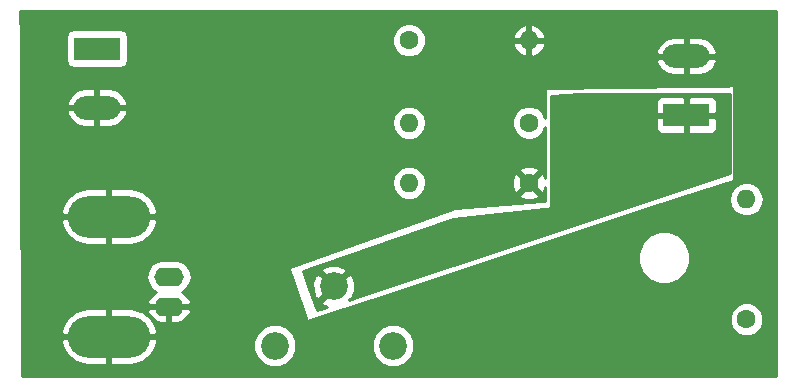
<source format=gbr>
G04 #@! TF.GenerationSoftware,KiCad,Pcbnew,5.0.2-bee76a0~70~ubuntu18.04.1*
G04 #@! TF.CreationDate,2019-04-24T08:54:05-03:00*
G04 #@! TF.ProjectId,led_driver,6c65645f-6472-4697-9665-722e6b696361,rev?*
G04 #@! TF.SameCoordinates,Original*
G04 #@! TF.FileFunction,Copper,L2,Bot*
G04 #@! TF.FilePolarity,Positive*
%FSLAX46Y46*%
G04 Gerber Fmt 4.6, Leading zero omitted, Abs format (unit mm)*
G04 Created by KiCad (PCBNEW 5.0.2-bee76a0~70~ubuntu18.04.1) date Wed 24 Apr 2019 08:54:05 -03*
%MOMM*%
%LPD*%
G01*
G04 APERTURE LIST*
G04 #@! TA.AperFunction,ComponentPad*
%ADD10O,3.960000X1.980000*%
G04 #@! TD*
G04 #@! TA.AperFunction,ComponentPad*
%ADD11R,3.960000X1.980000*%
G04 #@! TD*
G04 #@! TA.AperFunction,ComponentPad*
%ADD12O,7.000000X3.500000*%
G04 #@! TD*
G04 #@! TA.AperFunction,ComponentPad*
%ADD13O,2.500000X1.600000*%
G04 #@! TD*
G04 #@! TA.AperFunction,ComponentPad*
%ADD14O,1.600000X1.600000*%
G04 #@! TD*
G04 #@! TA.AperFunction,ComponentPad*
%ADD15C,1.600000*%
G04 #@! TD*
G04 #@! TA.AperFunction,ComponentPad*
%ADD16C,2.340000*%
G04 #@! TD*
G04 #@! TA.AperFunction,ViaPad*
%ADD17C,0.800000*%
G04 #@! TD*
G04 #@! TA.AperFunction,Conductor*
%ADD18C,0.254000*%
G04 #@! TD*
G04 APERTURE END LIST*
D10*
G04 #@! TO.P,J1,2*
G04 #@! TO.N,GND*
X167894000Y-77453500D03*
D11*
G04 #@! TO.P,J1,1*
G04 #@! TO.N,Net-(J1-Pad1)*
X167894000Y-72453500D03*
G04 #@! TD*
D12*
G04 #@! TO.P,J2,2*
G04 #@! TO.N,GND*
X168910000Y-96837500D03*
X168910000Y-86677500D03*
D13*
G04 #@! TO.P,J2,1*
G04 #@! TO.N,Net-(J2-Pad1)*
X173990000Y-91757500D03*
G04 #@! TO.P,J2,2*
G04 #@! TO.N,GND*
X173990000Y-94297500D03*
G04 #@! TD*
D11*
G04 #@! TO.P,J4,1*
G04 #@! TO.N,Net-(J4-Pad1)*
X217805000Y-78105000D03*
D10*
G04 #@! TO.P,J4,2*
G04 #@! TO.N,GND*
X217805000Y-73105000D03*
G04 #@! TD*
D14*
G04 #@! TO.P,R1,2*
G04 #@! TO.N,Net-(J1-Pad1)*
X194310000Y-78740000D03*
D15*
G04 #@! TO.P,R1,1*
G04 #@! TO.N,Net-(Q1-Pad5)*
X204470000Y-78740000D03*
G04 #@! TD*
D14*
G04 #@! TO.P,R2,2*
G04 #@! TO.N,Net-(J2-Pad1)*
X194310000Y-83820000D03*
D15*
G04 #@! TO.P,R2,1*
G04 #@! TO.N,GND*
X204470000Y-83820000D03*
G04 #@! TD*
G04 #@! TO.P,R3,1*
G04 #@! TO.N,Net-(Q2-Pad5)*
X194310000Y-71755000D03*
D14*
G04 #@! TO.P,R3,2*
G04 #@! TO.N,GND*
X204470000Y-71755000D03*
G04 #@! TD*
D15*
G04 #@! TO.P,R4,1*
G04 #@! TO.N,Net-(R4-Pad1)*
X222885000Y-95377000D03*
D14*
G04 #@! TO.P,R4,2*
G04 #@! TO.N,Net-(Q2-Pad5)*
X222885000Y-85217000D03*
G04 #@! TD*
D16*
G04 #@! TO.P,RV2,3*
G04 #@! TO.N,Net-(R4-Pad1)*
X192943500Y-97599500D03*
G04 #@! TO.P,RV2,2*
G04 #@! TO.N,Net-(J4-Pad1)*
X187943500Y-92599500D03*
G04 #@! TO.P,RV2,1*
G04 #@! TO.N,Net-(RV2-Pad1)*
X182943500Y-97599500D03*
G04 #@! TD*
D17*
G04 #@! TO.N,GND*
X189992000Y-83820000D03*
G04 #@! TD*
D18*
G04 #@! TO.N,Net-(J4-Pad1)*
G36*
X221488000Y-81026000D02*
X215011000Y-81026000D01*
X215011000Y-78390750D01*
X215190000Y-78390750D01*
X215190000Y-79221309D01*
X215286673Y-79454698D01*
X215465301Y-79633327D01*
X215698690Y-79730000D01*
X217519250Y-79730000D01*
X217678000Y-79571250D01*
X217678000Y-78232000D01*
X217932000Y-78232000D01*
X217932000Y-79571250D01*
X218090750Y-79730000D01*
X219911310Y-79730000D01*
X220144699Y-79633327D01*
X220323327Y-79454698D01*
X220420000Y-79221309D01*
X220420000Y-78390750D01*
X220261250Y-78232000D01*
X217932000Y-78232000D01*
X217678000Y-78232000D01*
X215348750Y-78232000D01*
X215190000Y-78390750D01*
X215011000Y-78390750D01*
X215011000Y-76988691D01*
X215190000Y-76988691D01*
X215190000Y-77819250D01*
X215348750Y-77978000D01*
X217678000Y-77978000D01*
X217678000Y-76638750D01*
X217932000Y-76638750D01*
X217932000Y-77978000D01*
X220261250Y-77978000D01*
X220420000Y-77819250D01*
X220420000Y-76988691D01*
X220323327Y-76755302D01*
X220144699Y-76576673D01*
X219911310Y-76480000D01*
X218090750Y-76480000D01*
X217932000Y-76638750D01*
X217678000Y-76638750D01*
X217519250Y-76480000D01*
X215698690Y-76480000D01*
X215465301Y-76576673D01*
X215286673Y-76755302D01*
X215190000Y-76988691D01*
X215011000Y-76988691D01*
X215011000Y-76327000D01*
X221488000Y-76327000D01*
X221488000Y-81026000D01*
X221488000Y-81026000D01*
G37*
X221488000Y-81026000D02*
X215011000Y-81026000D01*
X215011000Y-78390750D01*
X215190000Y-78390750D01*
X215190000Y-79221309D01*
X215286673Y-79454698D01*
X215465301Y-79633327D01*
X215698690Y-79730000D01*
X217519250Y-79730000D01*
X217678000Y-79571250D01*
X217678000Y-78232000D01*
X217932000Y-78232000D01*
X217932000Y-79571250D01*
X218090750Y-79730000D01*
X219911310Y-79730000D01*
X220144699Y-79633327D01*
X220323327Y-79454698D01*
X220420000Y-79221309D01*
X220420000Y-78390750D01*
X220261250Y-78232000D01*
X217932000Y-78232000D01*
X217678000Y-78232000D01*
X215348750Y-78232000D01*
X215190000Y-78390750D01*
X215011000Y-78390750D01*
X215011000Y-76988691D01*
X215190000Y-76988691D01*
X215190000Y-77819250D01*
X215348750Y-77978000D01*
X217678000Y-77978000D01*
X217678000Y-76638750D01*
X217932000Y-76638750D01*
X217932000Y-77978000D01*
X220261250Y-77978000D01*
X220420000Y-77819250D01*
X220420000Y-76988691D01*
X220323327Y-76755302D01*
X220144699Y-76576673D01*
X219911310Y-76480000D01*
X218090750Y-76480000D01*
X217932000Y-76638750D01*
X217678000Y-76638750D01*
X217519250Y-76480000D01*
X215698690Y-76480000D01*
X215465301Y-76576673D01*
X215286673Y-76755302D01*
X215190000Y-76988691D01*
X215011000Y-76988691D01*
X215011000Y-76327000D01*
X221488000Y-76327000D01*
X221488000Y-81026000D01*
G36*
X221488000Y-82966463D02*
X189952493Y-93478299D01*
X189233131Y-93709523D01*
X189218987Y-93695379D01*
X189503484Y-93575914D01*
X189758394Y-92904610D01*
X189737004Y-92186854D01*
X189503484Y-91623086D01*
X189218986Y-91503620D01*
X188123105Y-92599500D01*
X188137248Y-92613642D01*
X187957642Y-92793248D01*
X187943500Y-92779105D01*
X186847620Y-93874986D01*
X186967086Y-94159484D01*
X187364161Y-94310263D01*
X186514233Y-94583454D01*
X185696710Y-92294390D01*
X186128606Y-92294390D01*
X186149996Y-93012146D01*
X186383516Y-93575914D01*
X186668014Y-93695380D01*
X187763895Y-92599500D01*
X186668014Y-91503620D01*
X186383516Y-91623086D01*
X186128606Y-92294390D01*
X185696710Y-92294390D01*
X185350148Y-91324014D01*
X186847620Y-91324014D01*
X187943500Y-92419895D01*
X189039380Y-91324014D01*
X188919914Y-91039516D01*
X188248610Y-90784606D01*
X187530854Y-90805996D01*
X186967086Y-91039516D01*
X186847620Y-91324014D01*
X185350148Y-91324014D01*
X185328721Y-91264021D01*
X198020756Y-86865791D01*
X206515197Y-85978312D01*
X206564104Y-85962780D01*
X214918285Y-81279375D01*
X221488000Y-81155418D01*
X221488000Y-82966463D01*
X221488000Y-82966463D01*
G37*
X221488000Y-82966463D02*
X189952493Y-93478299D01*
X189233131Y-93709523D01*
X189218987Y-93695379D01*
X189503484Y-93575914D01*
X189758394Y-92904610D01*
X189737004Y-92186854D01*
X189503484Y-91623086D01*
X189218986Y-91503620D01*
X188123105Y-92599500D01*
X188137248Y-92613642D01*
X187957642Y-92793248D01*
X187943500Y-92779105D01*
X186847620Y-93874986D01*
X186967086Y-94159484D01*
X187364161Y-94310263D01*
X186514233Y-94583454D01*
X185696710Y-92294390D01*
X186128606Y-92294390D01*
X186149996Y-93012146D01*
X186383516Y-93575914D01*
X186668014Y-93695380D01*
X187763895Y-92599500D01*
X186668014Y-91503620D01*
X186383516Y-91623086D01*
X186128606Y-92294390D01*
X185696710Y-92294390D01*
X185350148Y-91324014D01*
X186847620Y-91324014D01*
X187943500Y-92419895D01*
X189039380Y-91324014D01*
X188919914Y-91039516D01*
X188248610Y-90784606D01*
X187530854Y-90805996D01*
X186967086Y-91039516D01*
X186847620Y-91324014D01*
X185350148Y-91324014D01*
X185328721Y-91264021D01*
X198020756Y-86865791D01*
X206515197Y-85978312D01*
X206564104Y-85962780D01*
X214918285Y-81279375D01*
X221488000Y-81155418D01*
X221488000Y-82966463D01*
G36*
X215429534Y-76612440D02*
X215286673Y-76755302D01*
X215190000Y-76988691D01*
X215190000Y-77819250D01*
X215348750Y-77978000D01*
X216510603Y-77978000D01*
X216711686Y-78232000D01*
X215348750Y-78232000D01*
X215190000Y-78390750D01*
X215190000Y-79221309D01*
X215286673Y-79454698D01*
X215465301Y-79633327D01*
X215698690Y-79730000D01*
X217519250Y-79730000D01*
X217678000Y-79571250D01*
X217678000Y-79452607D01*
X219886066Y-82241743D01*
X212819258Y-85093262D01*
X206375000Y-85960758D01*
X206375000Y-76447809D01*
X208791182Y-76327000D01*
X215203561Y-76327000D01*
X215429534Y-76612440D01*
X215429534Y-76612440D01*
G37*
X215429534Y-76612440D02*
X215286673Y-76755302D01*
X215190000Y-76988691D01*
X215190000Y-77819250D01*
X215348750Y-77978000D01*
X216510603Y-77978000D01*
X216711686Y-78232000D01*
X215348750Y-78232000D01*
X215190000Y-78390750D01*
X215190000Y-79221309D01*
X215286673Y-79454698D01*
X215465301Y-79633327D01*
X215698690Y-79730000D01*
X217519250Y-79730000D01*
X217678000Y-79571250D01*
X217678000Y-79452607D01*
X219886066Y-82241743D01*
X212819258Y-85093262D01*
X206375000Y-85960758D01*
X206375000Y-76447809D01*
X208791182Y-76327000D01*
X215203561Y-76327000D01*
X215429534Y-76612440D01*
G04 #@! TO.N,GND*
G36*
X224536000Y-75566716D02*
X205992272Y-75819012D01*
X205943807Y-75829339D01*
X205902984Y-75857427D01*
X205876017Y-75899000D01*
X205867000Y-75946000D01*
X205867000Y-78362821D01*
X205686534Y-77927138D01*
X205282862Y-77523466D01*
X204755439Y-77305000D01*
X204184561Y-77305000D01*
X203657138Y-77523466D01*
X203253466Y-77927138D01*
X203035000Y-78454561D01*
X203035000Y-79025439D01*
X203253466Y-79552862D01*
X203657138Y-79956534D01*
X204184561Y-80175000D01*
X204755439Y-80175000D01*
X205282862Y-79956534D01*
X205686534Y-79552862D01*
X205867000Y-79117179D01*
X205867000Y-83411555D01*
X205723864Y-83065995D01*
X205477745Y-82991861D01*
X204649605Y-83820000D01*
X205477745Y-84648139D01*
X205723864Y-84574005D01*
X205867000Y-84175785D01*
X205867000Y-85344000D01*
X205613000Y-85344000D01*
X205602092Y-85344469D01*
X198236092Y-85979469D01*
X198204561Y-85986301D01*
X184234561Y-90939301D01*
X184191985Y-90964653D01*
X184162351Y-91004369D01*
X184150172Y-91052401D01*
X184156865Y-91100189D01*
X185673442Y-95523538D01*
X185550298Y-100203000D01*
X161543483Y-100203000D01*
X161531779Y-97335503D01*
X164827573Y-97335503D01*
X164907946Y-97632867D01*
X165383747Y-98434147D01*
X166129967Y-98992352D01*
X167033000Y-99222500D01*
X168783000Y-99222500D01*
X168783000Y-96964500D01*
X169037000Y-96964500D01*
X169037000Y-99222500D01*
X170787000Y-99222500D01*
X171690033Y-98992352D01*
X172436253Y-98434147D01*
X172912054Y-97632867D01*
X172992427Y-97335503D01*
X172964299Y-97240463D01*
X181138500Y-97240463D01*
X181138500Y-97958537D01*
X181413295Y-98621950D01*
X181921050Y-99129705D01*
X182584463Y-99404500D01*
X183302537Y-99404500D01*
X183965950Y-99129705D01*
X184473705Y-98621950D01*
X184748500Y-97958537D01*
X184748500Y-97240463D01*
X184473705Y-96577050D01*
X183965950Y-96069295D01*
X183302537Y-95794500D01*
X182584463Y-95794500D01*
X181921050Y-96069295D01*
X181413295Y-96577050D01*
X181138500Y-97240463D01*
X172964299Y-97240463D01*
X172882625Y-96964500D01*
X169037000Y-96964500D01*
X168783000Y-96964500D01*
X164937375Y-96964500D01*
X164827573Y-97335503D01*
X161531779Y-97335503D01*
X161527714Y-96339497D01*
X164827573Y-96339497D01*
X164937375Y-96710500D01*
X168783000Y-96710500D01*
X168783000Y-94452500D01*
X169037000Y-94452500D01*
X169037000Y-96710500D01*
X172882625Y-96710500D01*
X172992427Y-96339497D01*
X172912054Y-96042133D01*
X172436253Y-95240853D01*
X171690033Y-94682648D01*
X171548352Y-94646539D01*
X172148096Y-94646539D01*
X172165633Y-94729319D01*
X172435500Y-95222396D01*
X172873517Y-95574666D01*
X173413000Y-95732500D01*
X173863000Y-95732500D01*
X173863000Y-94424500D01*
X174117000Y-94424500D01*
X174117000Y-95732500D01*
X174567000Y-95732500D01*
X175106483Y-95574666D01*
X175544500Y-95222396D01*
X175814367Y-94729319D01*
X175831904Y-94646539D01*
X175709915Y-94424500D01*
X174117000Y-94424500D01*
X173863000Y-94424500D01*
X172270085Y-94424500D01*
X172148096Y-94646539D01*
X171548352Y-94646539D01*
X170787000Y-94452500D01*
X169037000Y-94452500D01*
X168783000Y-94452500D01*
X167033000Y-94452500D01*
X166129967Y-94682648D01*
X165383747Y-95240853D01*
X164907946Y-96042133D01*
X164827573Y-96339497D01*
X161527714Y-96339497D01*
X161509012Y-91757500D01*
X172076887Y-91757500D01*
X172188260Y-92317409D01*
X172505423Y-92792077D01*
X172861499Y-93029999D01*
X172435500Y-93372604D01*
X172165633Y-93865681D01*
X172148096Y-93948461D01*
X172270085Y-94170500D01*
X173863000Y-94170500D01*
X173863000Y-94150500D01*
X174117000Y-94150500D01*
X174117000Y-94170500D01*
X175709915Y-94170500D01*
X175831904Y-93948461D01*
X175814367Y-93865681D01*
X175544500Y-93372604D01*
X175118501Y-93029999D01*
X175474577Y-92792077D01*
X175791740Y-92317409D01*
X175903113Y-91757500D01*
X175791740Y-91197591D01*
X175474577Y-90722923D01*
X174999909Y-90405760D01*
X174581333Y-90322500D01*
X173398667Y-90322500D01*
X172980091Y-90405760D01*
X172505423Y-90722923D01*
X172188260Y-91197591D01*
X172076887Y-91757500D01*
X161509012Y-91757500D01*
X161490310Y-87175503D01*
X164827573Y-87175503D01*
X164907946Y-87472867D01*
X165383747Y-88274147D01*
X166129967Y-88832352D01*
X167033000Y-89062500D01*
X168783000Y-89062500D01*
X168783000Y-86804500D01*
X169037000Y-86804500D01*
X169037000Y-89062500D01*
X170787000Y-89062500D01*
X171690033Y-88832352D01*
X172436253Y-88274147D01*
X172912054Y-87472867D01*
X172992427Y-87175503D01*
X172882625Y-86804500D01*
X169037000Y-86804500D01*
X168783000Y-86804500D01*
X164937375Y-86804500D01*
X164827573Y-87175503D01*
X161490310Y-87175503D01*
X161486245Y-86179497D01*
X164827573Y-86179497D01*
X164937375Y-86550500D01*
X168783000Y-86550500D01*
X168783000Y-84292500D01*
X169037000Y-84292500D01*
X169037000Y-86550500D01*
X172882625Y-86550500D01*
X172992427Y-86179497D01*
X172912054Y-85882133D01*
X172436253Y-85080853D01*
X171690033Y-84522648D01*
X170787000Y-84292500D01*
X169037000Y-84292500D01*
X168783000Y-84292500D01*
X167033000Y-84292500D01*
X166129967Y-84522648D01*
X165383747Y-85080853D01*
X164907946Y-85882133D01*
X164827573Y-86179497D01*
X161486245Y-86179497D01*
X161476615Y-83820000D01*
X192846887Y-83820000D01*
X192958260Y-84379909D01*
X193275423Y-84854577D01*
X193750091Y-85171740D01*
X194168667Y-85255000D01*
X194451333Y-85255000D01*
X194869909Y-85171740D01*
X195344577Y-84854577D01*
X195362505Y-84827745D01*
X203641861Y-84827745D01*
X203715995Y-85073864D01*
X204253223Y-85266965D01*
X204823454Y-85239778D01*
X205224005Y-85073864D01*
X205298139Y-84827745D01*
X204470000Y-83999605D01*
X203641861Y-84827745D01*
X195362505Y-84827745D01*
X195661740Y-84379909D01*
X195773113Y-83820000D01*
X195729994Y-83603223D01*
X203023035Y-83603223D01*
X203050222Y-84173454D01*
X203216136Y-84574005D01*
X203462255Y-84648139D01*
X204290395Y-83820000D01*
X203462255Y-82991861D01*
X203216136Y-83065995D01*
X203023035Y-83603223D01*
X195729994Y-83603223D01*
X195661740Y-83260091D01*
X195362506Y-82812255D01*
X203641861Y-82812255D01*
X204470000Y-83640395D01*
X205298139Y-82812255D01*
X205224005Y-82566136D01*
X204686777Y-82373035D01*
X204116546Y-82400222D01*
X203715995Y-82566136D01*
X203641861Y-82812255D01*
X195362506Y-82812255D01*
X195344577Y-82785423D01*
X194869909Y-82468260D01*
X194451333Y-82385000D01*
X194168667Y-82385000D01*
X193750091Y-82468260D01*
X193275423Y-82785423D01*
X192958260Y-83260091D01*
X192846887Y-83820000D01*
X161476615Y-83820000D01*
X161452175Y-77832365D01*
X165323782Y-77832365D01*
X165354095Y-77958028D01*
X165665149Y-78512746D01*
X166164807Y-78906203D01*
X166777000Y-79078500D01*
X167767000Y-79078500D01*
X167767000Y-77580500D01*
X168021000Y-77580500D01*
X168021000Y-79078500D01*
X169011000Y-79078500D01*
X169623193Y-78906203D01*
X169834257Y-78740000D01*
X192846887Y-78740000D01*
X192958260Y-79299909D01*
X193275423Y-79774577D01*
X193750091Y-80091740D01*
X194168667Y-80175000D01*
X194451333Y-80175000D01*
X194869909Y-80091740D01*
X195344577Y-79774577D01*
X195661740Y-79299909D01*
X195773113Y-78740000D01*
X195661740Y-78180091D01*
X195344577Y-77705423D01*
X194869909Y-77388260D01*
X194451333Y-77305000D01*
X194168667Y-77305000D01*
X193750091Y-77388260D01*
X193275423Y-77705423D01*
X192958260Y-78180091D01*
X192846887Y-78740000D01*
X169834257Y-78740000D01*
X170122851Y-78512746D01*
X170433905Y-77958028D01*
X170464218Y-77832365D01*
X170344740Y-77580500D01*
X168021000Y-77580500D01*
X167767000Y-77580500D01*
X165443260Y-77580500D01*
X165323782Y-77832365D01*
X161452175Y-77832365D01*
X161449083Y-77074635D01*
X165323782Y-77074635D01*
X165443260Y-77326500D01*
X167767000Y-77326500D01*
X167767000Y-75828500D01*
X168021000Y-75828500D01*
X168021000Y-77326500D01*
X170344740Y-77326500D01*
X170464218Y-77074635D01*
X170433905Y-76948972D01*
X170122851Y-76394254D01*
X169623193Y-76000797D01*
X169011000Y-75828500D01*
X168021000Y-75828500D01*
X167767000Y-75828500D01*
X166777000Y-75828500D01*
X166164807Y-76000797D01*
X165665149Y-76394254D01*
X165354095Y-76948972D01*
X165323782Y-77074635D01*
X161449083Y-77074635D01*
X161426179Y-71463500D01*
X165266560Y-71463500D01*
X165266560Y-73443500D01*
X165315843Y-73691265D01*
X165456191Y-73901309D01*
X165666235Y-74041657D01*
X165914000Y-74090940D01*
X169874000Y-74090940D01*
X170121765Y-74041657D01*
X170331809Y-73901309D01*
X170472157Y-73691265D01*
X170513410Y-73483865D01*
X215234782Y-73483865D01*
X215265095Y-73609528D01*
X215576149Y-74164246D01*
X216075807Y-74557703D01*
X216688000Y-74730000D01*
X217678000Y-74730000D01*
X217678000Y-73232000D01*
X217932000Y-73232000D01*
X217932000Y-74730000D01*
X218922000Y-74730000D01*
X219534193Y-74557703D01*
X220033851Y-74164246D01*
X220344905Y-73609528D01*
X220375218Y-73483865D01*
X220255740Y-73232000D01*
X217932000Y-73232000D01*
X217678000Y-73232000D01*
X215354260Y-73232000D01*
X215234782Y-73483865D01*
X170513410Y-73483865D01*
X170521440Y-73443500D01*
X170521440Y-71469561D01*
X192875000Y-71469561D01*
X192875000Y-72040439D01*
X193093466Y-72567862D01*
X193497138Y-72971534D01*
X194024561Y-73190000D01*
X194595439Y-73190000D01*
X195122862Y-72971534D01*
X195526534Y-72567862D01*
X195718655Y-72104039D01*
X203078096Y-72104039D01*
X203238959Y-72492423D01*
X203614866Y-72907389D01*
X204120959Y-73146914D01*
X204343000Y-73025629D01*
X204343000Y-71882000D01*
X204597000Y-71882000D01*
X204597000Y-73025629D01*
X204819041Y-73146914D01*
X205325134Y-72907389D01*
X205489327Y-72726135D01*
X215234782Y-72726135D01*
X215354260Y-72978000D01*
X217678000Y-72978000D01*
X217678000Y-71480000D01*
X217932000Y-71480000D01*
X217932000Y-72978000D01*
X220255740Y-72978000D01*
X220375218Y-72726135D01*
X220344905Y-72600472D01*
X220033851Y-72045754D01*
X219534193Y-71652297D01*
X218922000Y-71480000D01*
X217932000Y-71480000D01*
X217678000Y-71480000D01*
X216688000Y-71480000D01*
X216075807Y-71652297D01*
X215576149Y-72045754D01*
X215265095Y-72600472D01*
X215234782Y-72726135D01*
X205489327Y-72726135D01*
X205701041Y-72492423D01*
X205861904Y-72104039D01*
X205739915Y-71882000D01*
X204597000Y-71882000D01*
X204343000Y-71882000D01*
X203200085Y-71882000D01*
X203078096Y-72104039D01*
X195718655Y-72104039D01*
X195745000Y-72040439D01*
X195745000Y-71469561D01*
X195718656Y-71405961D01*
X203078096Y-71405961D01*
X203200085Y-71628000D01*
X204343000Y-71628000D01*
X204343000Y-70484371D01*
X204597000Y-70484371D01*
X204597000Y-71628000D01*
X205739915Y-71628000D01*
X205861904Y-71405961D01*
X205701041Y-71017577D01*
X205325134Y-70602611D01*
X204819041Y-70363086D01*
X204597000Y-70484371D01*
X204343000Y-70484371D01*
X204120959Y-70363086D01*
X203614866Y-70602611D01*
X203238959Y-71017577D01*
X203078096Y-71405961D01*
X195718656Y-71405961D01*
X195526534Y-70942138D01*
X195122862Y-70538466D01*
X194595439Y-70320000D01*
X194024561Y-70320000D01*
X193497138Y-70538466D01*
X193093466Y-70942138D01*
X192875000Y-71469561D01*
X170521440Y-71469561D01*
X170521440Y-71463500D01*
X170472157Y-71215735D01*
X170331809Y-71005691D01*
X170121765Y-70865343D01*
X169874000Y-70816060D01*
X165914000Y-70816060D01*
X165666235Y-70865343D01*
X165456191Y-71005691D01*
X165315843Y-71215735D01*
X165266560Y-71463500D01*
X161426179Y-71463500D01*
X161417205Y-69265000D01*
X224536000Y-69265000D01*
X224536000Y-75566716D01*
X224536000Y-75566716D01*
G37*
X224536000Y-75566716D02*
X205992272Y-75819012D01*
X205943807Y-75829339D01*
X205902984Y-75857427D01*
X205876017Y-75899000D01*
X205867000Y-75946000D01*
X205867000Y-78362821D01*
X205686534Y-77927138D01*
X205282862Y-77523466D01*
X204755439Y-77305000D01*
X204184561Y-77305000D01*
X203657138Y-77523466D01*
X203253466Y-77927138D01*
X203035000Y-78454561D01*
X203035000Y-79025439D01*
X203253466Y-79552862D01*
X203657138Y-79956534D01*
X204184561Y-80175000D01*
X204755439Y-80175000D01*
X205282862Y-79956534D01*
X205686534Y-79552862D01*
X205867000Y-79117179D01*
X205867000Y-83411555D01*
X205723864Y-83065995D01*
X205477745Y-82991861D01*
X204649605Y-83820000D01*
X205477745Y-84648139D01*
X205723864Y-84574005D01*
X205867000Y-84175785D01*
X205867000Y-85344000D01*
X205613000Y-85344000D01*
X205602092Y-85344469D01*
X198236092Y-85979469D01*
X198204561Y-85986301D01*
X184234561Y-90939301D01*
X184191985Y-90964653D01*
X184162351Y-91004369D01*
X184150172Y-91052401D01*
X184156865Y-91100189D01*
X185673442Y-95523538D01*
X185550298Y-100203000D01*
X161543483Y-100203000D01*
X161531779Y-97335503D01*
X164827573Y-97335503D01*
X164907946Y-97632867D01*
X165383747Y-98434147D01*
X166129967Y-98992352D01*
X167033000Y-99222500D01*
X168783000Y-99222500D01*
X168783000Y-96964500D01*
X169037000Y-96964500D01*
X169037000Y-99222500D01*
X170787000Y-99222500D01*
X171690033Y-98992352D01*
X172436253Y-98434147D01*
X172912054Y-97632867D01*
X172992427Y-97335503D01*
X172964299Y-97240463D01*
X181138500Y-97240463D01*
X181138500Y-97958537D01*
X181413295Y-98621950D01*
X181921050Y-99129705D01*
X182584463Y-99404500D01*
X183302537Y-99404500D01*
X183965950Y-99129705D01*
X184473705Y-98621950D01*
X184748500Y-97958537D01*
X184748500Y-97240463D01*
X184473705Y-96577050D01*
X183965950Y-96069295D01*
X183302537Y-95794500D01*
X182584463Y-95794500D01*
X181921050Y-96069295D01*
X181413295Y-96577050D01*
X181138500Y-97240463D01*
X172964299Y-97240463D01*
X172882625Y-96964500D01*
X169037000Y-96964500D01*
X168783000Y-96964500D01*
X164937375Y-96964500D01*
X164827573Y-97335503D01*
X161531779Y-97335503D01*
X161527714Y-96339497D01*
X164827573Y-96339497D01*
X164937375Y-96710500D01*
X168783000Y-96710500D01*
X168783000Y-94452500D01*
X169037000Y-94452500D01*
X169037000Y-96710500D01*
X172882625Y-96710500D01*
X172992427Y-96339497D01*
X172912054Y-96042133D01*
X172436253Y-95240853D01*
X171690033Y-94682648D01*
X171548352Y-94646539D01*
X172148096Y-94646539D01*
X172165633Y-94729319D01*
X172435500Y-95222396D01*
X172873517Y-95574666D01*
X173413000Y-95732500D01*
X173863000Y-95732500D01*
X173863000Y-94424500D01*
X174117000Y-94424500D01*
X174117000Y-95732500D01*
X174567000Y-95732500D01*
X175106483Y-95574666D01*
X175544500Y-95222396D01*
X175814367Y-94729319D01*
X175831904Y-94646539D01*
X175709915Y-94424500D01*
X174117000Y-94424500D01*
X173863000Y-94424500D01*
X172270085Y-94424500D01*
X172148096Y-94646539D01*
X171548352Y-94646539D01*
X170787000Y-94452500D01*
X169037000Y-94452500D01*
X168783000Y-94452500D01*
X167033000Y-94452500D01*
X166129967Y-94682648D01*
X165383747Y-95240853D01*
X164907946Y-96042133D01*
X164827573Y-96339497D01*
X161527714Y-96339497D01*
X161509012Y-91757500D01*
X172076887Y-91757500D01*
X172188260Y-92317409D01*
X172505423Y-92792077D01*
X172861499Y-93029999D01*
X172435500Y-93372604D01*
X172165633Y-93865681D01*
X172148096Y-93948461D01*
X172270085Y-94170500D01*
X173863000Y-94170500D01*
X173863000Y-94150500D01*
X174117000Y-94150500D01*
X174117000Y-94170500D01*
X175709915Y-94170500D01*
X175831904Y-93948461D01*
X175814367Y-93865681D01*
X175544500Y-93372604D01*
X175118501Y-93029999D01*
X175474577Y-92792077D01*
X175791740Y-92317409D01*
X175903113Y-91757500D01*
X175791740Y-91197591D01*
X175474577Y-90722923D01*
X174999909Y-90405760D01*
X174581333Y-90322500D01*
X173398667Y-90322500D01*
X172980091Y-90405760D01*
X172505423Y-90722923D01*
X172188260Y-91197591D01*
X172076887Y-91757500D01*
X161509012Y-91757500D01*
X161490310Y-87175503D01*
X164827573Y-87175503D01*
X164907946Y-87472867D01*
X165383747Y-88274147D01*
X166129967Y-88832352D01*
X167033000Y-89062500D01*
X168783000Y-89062500D01*
X168783000Y-86804500D01*
X169037000Y-86804500D01*
X169037000Y-89062500D01*
X170787000Y-89062500D01*
X171690033Y-88832352D01*
X172436253Y-88274147D01*
X172912054Y-87472867D01*
X172992427Y-87175503D01*
X172882625Y-86804500D01*
X169037000Y-86804500D01*
X168783000Y-86804500D01*
X164937375Y-86804500D01*
X164827573Y-87175503D01*
X161490310Y-87175503D01*
X161486245Y-86179497D01*
X164827573Y-86179497D01*
X164937375Y-86550500D01*
X168783000Y-86550500D01*
X168783000Y-84292500D01*
X169037000Y-84292500D01*
X169037000Y-86550500D01*
X172882625Y-86550500D01*
X172992427Y-86179497D01*
X172912054Y-85882133D01*
X172436253Y-85080853D01*
X171690033Y-84522648D01*
X170787000Y-84292500D01*
X169037000Y-84292500D01*
X168783000Y-84292500D01*
X167033000Y-84292500D01*
X166129967Y-84522648D01*
X165383747Y-85080853D01*
X164907946Y-85882133D01*
X164827573Y-86179497D01*
X161486245Y-86179497D01*
X161476615Y-83820000D01*
X192846887Y-83820000D01*
X192958260Y-84379909D01*
X193275423Y-84854577D01*
X193750091Y-85171740D01*
X194168667Y-85255000D01*
X194451333Y-85255000D01*
X194869909Y-85171740D01*
X195344577Y-84854577D01*
X195362505Y-84827745D01*
X203641861Y-84827745D01*
X203715995Y-85073864D01*
X204253223Y-85266965D01*
X204823454Y-85239778D01*
X205224005Y-85073864D01*
X205298139Y-84827745D01*
X204470000Y-83999605D01*
X203641861Y-84827745D01*
X195362505Y-84827745D01*
X195661740Y-84379909D01*
X195773113Y-83820000D01*
X195729994Y-83603223D01*
X203023035Y-83603223D01*
X203050222Y-84173454D01*
X203216136Y-84574005D01*
X203462255Y-84648139D01*
X204290395Y-83820000D01*
X203462255Y-82991861D01*
X203216136Y-83065995D01*
X203023035Y-83603223D01*
X195729994Y-83603223D01*
X195661740Y-83260091D01*
X195362506Y-82812255D01*
X203641861Y-82812255D01*
X204470000Y-83640395D01*
X205298139Y-82812255D01*
X205224005Y-82566136D01*
X204686777Y-82373035D01*
X204116546Y-82400222D01*
X203715995Y-82566136D01*
X203641861Y-82812255D01*
X195362506Y-82812255D01*
X195344577Y-82785423D01*
X194869909Y-82468260D01*
X194451333Y-82385000D01*
X194168667Y-82385000D01*
X193750091Y-82468260D01*
X193275423Y-82785423D01*
X192958260Y-83260091D01*
X192846887Y-83820000D01*
X161476615Y-83820000D01*
X161452175Y-77832365D01*
X165323782Y-77832365D01*
X165354095Y-77958028D01*
X165665149Y-78512746D01*
X166164807Y-78906203D01*
X166777000Y-79078500D01*
X167767000Y-79078500D01*
X167767000Y-77580500D01*
X168021000Y-77580500D01*
X168021000Y-79078500D01*
X169011000Y-79078500D01*
X169623193Y-78906203D01*
X169834257Y-78740000D01*
X192846887Y-78740000D01*
X192958260Y-79299909D01*
X193275423Y-79774577D01*
X193750091Y-80091740D01*
X194168667Y-80175000D01*
X194451333Y-80175000D01*
X194869909Y-80091740D01*
X195344577Y-79774577D01*
X195661740Y-79299909D01*
X195773113Y-78740000D01*
X195661740Y-78180091D01*
X195344577Y-77705423D01*
X194869909Y-77388260D01*
X194451333Y-77305000D01*
X194168667Y-77305000D01*
X193750091Y-77388260D01*
X193275423Y-77705423D01*
X192958260Y-78180091D01*
X192846887Y-78740000D01*
X169834257Y-78740000D01*
X170122851Y-78512746D01*
X170433905Y-77958028D01*
X170464218Y-77832365D01*
X170344740Y-77580500D01*
X168021000Y-77580500D01*
X167767000Y-77580500D01*
X165443260Y-77580500D01*
X165323782Y-77832365D01*
X161452175Y-77832365D01*
X161449083Y-77074635D01*
X165323782Y-77074635D01*
X165443260Y-77326500D01*
X167767000Y-77326500D01*
X167767000Y-75828500D01*
X168021000Y-75828500D01*
X168021000Y-77326500D01*
X170344740Y-77326500D01*
X170464218Y-77074635D01*
X170433905Y-76948972D01*
X170122851Y-76394254D01*
X169623193Y-76000797D01*
X169011000Y-75828500D01*
X168021000Y-75828500D01*
X167767000Y-75828500D01*
X166777000Y-75828500D01*
X166164807Y-76000797D01*
X165665149Y-76394254D01*
X165354095Y-76948972D01*
X165323782Y-77074635D01*
X161449083Y-77074635D01*
X161426179Y-71463500D01*
X165266560Y-71463500D01*
X165266560Y-73443500D01*
X165315843Y-73691265D01*
X165456191Y-73901309D01*
X165666235Y-74041657D01*
X165914000Y-74090940D01*
X169874000Y-74090940D01*
X170121765Y-74041657D01*
X170331809Y-73901309D01*
X170472157Y-73691265D01*
X170513410Y-73483865D01*
X215234782Y-73483865D01*
X215265095Y-73609528D01*
X215576149Y-74164246D01*
X216075807Y-74557703D01*
X216688000Y-74730000D01*
X217678000Y-74730000D01*
X217678000Y-73232000D01*
X217932000Y-73232000D01*
X217932000Y-74730000D01*
X218922000Y-74730000D01*
X219534193Y-74557703D01*
X220033851Y-74164246D01*
X220344905Y-73609528D01*
X220375218Y-73483865D01*
X220255740Y-73232000D01*
X217932000Y-73232000D01*
X217678000Y-73232000D01*
X215354260Y-73232000D01*
X215234782Y-73483865D01*
X170513410Y-73483865D01*
X170521440Y-73443500D01*
X170521440Y-71469561D01*
X192875000Y-71469561D01*
X192875000Y-72040439D01*
X193093466Y-72567862D01*
X193497138Y-72971534D01*
X194024561Y-73190000D01*
X194595439Y-73190000D01*
X195122862Y-72971534D01*
X195526534Y-72567862D01*
X195718655Y-72104039D01*
X203078096Y-72104039D01*
X203238959Y-72492423D01*
X203614866Y-72907389D01*
X204120959Y-73146914D01*
X204343000Y-73025629D01*
X204343000Y-71882000D01*
X204597000Y-71882000D01*
X204597000Y-73025629D01*
X204819041Y-73146914D01*
X205325134Y-72907389D01*
X205489327Y-72726135D01*
X215234782Y-72726135D01*
X215354260Y-72978000D01*
X217678000Y-72978000D01*
X217678000Y-71480000D01*
X217932000Y-71480000D01*
X217932000Y-72978000D01*
X220255740Y-72978000D01*
X220375218Y-72726135D01*
X220344905Y-72600472D01*
X220033851Y-72045754D01*
X219534193Y-71652297D01*
X218922000Y-71480000D01*
X217932000Y-71480000D01*
X217678000Y-71480000D01*
X216688000Y-71480000D01*
X216075807Y-71652297D01*
X215576149Y-72045754D01*
X215265095Y-72600472D01*
X215234782Y-72726135D01*
X205489327Y-72726135D01*
X205701041Y-72492423D01*
X205861904Y-72104039D01*
X205739915Y-71882000D01*
X204597000Y-71882000D01*
X204343000Y-71882000D01*
X203200085Y-71882000D01*
X203078096Y-72104039D01*
X195718655Y-72104039D01*
X195745000Y-72040439D01*
X195745000Y-71469561D01*
X195718656Y-71405961D01*
X203078096Y-71405961D01*
X203200085Y-71628000D01*
X204343000Y-71628000D01*
X204343000Y-70484371D01*
X204597000Y-70484371D01*
X204597000Y-71628000D01*
X205739915Y-71628000D01*
X205861904Y-71405961D01*
X205701041Y-71017577D01*
X205325134Y-70602611D01*
X204819041Y-70363086D01*
X204597000Y-70484371D01*
X204343000Y-70484371D01*
X204120959Y-70363086D01*
X203614866Y-70602611D01*
X203238959Y-71017577D01*
X203078096Y-71405961D01*
X195718656Y-71405961D01*
X195526534Y-70942138D01*
X195122862Y-70538466D01*
X194595439Y-70320000D01*
X194024561Y-70320000D01*
X193497138Y-70538466D01*
X193093466Y-70942138D01*
X192875000Y-71469561D01*
X170521440Y-71469561D01*
X170521440Y-71463500D01*
X170472157Y-71215735D01*
X170331809Y-71005691D01*
X170121765Y-70865343D01*
X169874000Y-70816060D01*
X165914000Y-70816060D01*
X165666235Y-70865343D01*
X165456191Y-71005691D01*
X165315843Y-71215735D01*
X165266560Y-71463500D01*
X161426179Y-71463500D01*
X161417205Y-69265000D01*
X224536000Y-69265000D01*
X224536000Y-75566716D01*
G36*
X225375000Y-100203000D02*
X185276581Y-100203000D01*
X184865118Y-97240463D01*
X191138500Y-97240463D01*
X191138500Y-97958537D01*
X191413295Y-98621950D01*
X191921050Y-99129705D01*
X192584463Y-99404500D01*
X193302537Y-99404500D01*
X193965950Y-99129705D01*
X194473705Y-98621950D01*
X194748500Y-97958537D01*
X194748500Y-97240463D01*
X194473705Y-96577050D01*
X193965950Y-96069295D01*
X193302537Y-95794500D01*
X192584463Y-95794500D01*
X191921050Y-96069295D01*
X191413295Y-96577050D01*
X191138500Y-97240463D01*
X184865118Y-97240463D01*
X184671393Y-95845650D01*
X186973348Y-95091561D01*
X221450000Y-95091561D01*
X221450000Y-95662439D01*
X221668466Y-96189862D01*
X222072138Y-96593534D01*
X222599561Y-96812000D01*
X223170439Y-96812000D01*
X223697862Y-96593534D01*
X224101534Y-96189862D01*
X224320000Y-95662439D01*
X224320000Y-95091561D01*
X224101534Y-94564138D01*
X223697862Y-94160466D01*
X223170439Y-93942000D01*
X222599561Y-93942000D01*
X222072138Y-94160466D01*
X221668466Y-94564138D01*
X221450000Y-95091561D01*
X186973348Y-95091561D01*
X191936536Y-93465689D01*
X191937161Y-93465483D01*
X203157316Y-89725431D01*
X213665000Y-89725431D01*
X213665000Y-90614569D01*
X214005259Y-91436026D01*
X214633974Y-92064741D01*
X215455431Y-92405000D01*
X216344569Y-92405000D01*
X217166026Y-92064741D01*
X217794741Y-91436026D01*
X218135000Y-90614569D01*
X218135000Y-89725431D01*
X217794741Y-88903974D01*
X217166026Y-88275259D01*
X216344569Y-87935000D01*
X215455431Y-87935000D01*
X214633974Y-88275259D01*
X214005259Y-88903974D01*
X213665000Y-89725431D01*
X203157316Y-89725431D01*
X211748245Y-86861788D01*
X216945775Y-85217000D01*
X221421887Y-85217000D01*
X221533260Y-85776909D01*
X221850423Y-86251577D01*
X222325091Y-86568740D01*
X222743667Y-86652000D01*
X223026333Y-86652000D01*
X223444909Y-86568740D01*
X223919577Y-86251577D01*
X224236740Y-85776909D01*
X224348113Y-85217000D01*
X224236740Y-84657091D01*
X223919577Y-84182423D01*
X223444909Y-83865260D01*
X223026333Y-83782000D01*
X222743667Y-83782000D01*
X222325091Y-83865260D01*
X221850423Y-84182423D01*
X221533260Y-84657091D01*
X221421887Y-85217000D01*
X216945775Y-85217000D01*
X221780317Y-83687082D01*
X221823736Y-83663202D01*
X221854712Y-83624524D01*
X221869000Y-83566000D01*
X221869000Y-75454238D01*
X223478202Y-69265000D01*
X225375001Y-69265000D01*
X225375000Y-100203000D01*
X225375000Y-100203000D01*
G37*
X225375000Y-100203000D02*
X185276581Y-100203000D01*
X184865118Y-97240463D01*
X191138500Y-97240463D01*
X191138500Y-97958537D01*
X191413295Y-98621950D01*
X191921050Y-99129705D01*
X192584463Y-99404500D01*
X193302537Y-99404500D01*
X193965950Y-99129705D01*
X194473705Y-98621950D01*
X194748500Y-97958537D01*
X194748500Y-97240463D01*
X194473705Y-96577050D01*
X193965950Y-96069295D01*
X193302537Y-95794500D01*
X192584463Y-95794500D01*
X191921050Y-96069295D01*
X191413295Y-96577050D01*
X191138500Y-97240463D01*
X184865118Y-97240463D01*
X184671393Y-95845650D01*
X186973348Y-95091561D01*
X221450000Y-95091561D01*
X221450000Y-95662439D01*
X221668466Y-96189862D01*
X222072138Y-96593534D01*
X222599561Y-96812000D01*
X223170439Y-96812000D01*
X223697862Y-96593534D01*
X224101534Y-96189862D01*
X224320000Y-95662439D01*
X224320000Y-95091561D01*
X224101534Y-94564138D01*
X223697862Y-94160466D01*
X223170439Y-93942000D01*
X222599561Y-93942000D01*
X222072138Y-94160466D01*
X221668466Y-94564138D01*
X221450000Y-95091561D01*
X186973348Y-95091561D01*
X191936536Y-93465689D01*
X191937161Y-93465483D01*
X203157316Y-89725431D01*
X213665000Y-89725431D01*
X213665000Y-90614569D01*
X214005259Y-91436026D01*
X214633974Y-92064741D01*
X215455431Y-92405000D01*
X216344569Y-92405000D01*
X217166026Y-92064741D01*
X217794741Y-91436026D01*
X218135000Y-90614569D01*
X218135000Y-89725431D01*
X217794741Y-88903974D01*
X217166026Y-88275259D01*
X216344569Y-87935000D01*
X215455431Y-87935000D01*
X214633974Y-88275259D01*
X214005259Y-88903974D01*
X213665000Y-89725431D01*
X203157316Y-89725431D01*
X211748245Y-86861788D01*
X216945775Y-85217000D01*
X221421887Y-85217000D01*
X221533260Y-85776909D01*
X221850423Y-86251577D01*
X222325091Y-86568740D01*
X222743667Y-86652000D01*
X223026333Y-86652000D01*
X223444909Y-86568740D01*
X223919577Y-86251577D01*
X224236740Y-85776909D01*
X224348113Y-85217000D01*
X224236740Y-84657091D01*
X223919577Y-84182423D01*
X223444909Y-83865260D01*
X223026333Y-83782000D01*
X222743667Y-83782000D01*
X222325091Y-83865260D01*
X221850423Y-84182423D01*
X221533260Y-84657091D01*
X221421887Y-85217000D01*
X216945775Y-85217000D01*
X221780317Y-83687082D01*
X221823736Y-83663202D01*
X221854712Y-83624524D01*
X221869000Y-83566000D01*
X221869000Y-75454238D01*
X223478202Y-69265000D01*
X225375001Y-69265000D01*
X225375000Y-100203000D01*
G04 #@! TD*
M02*

</source>
